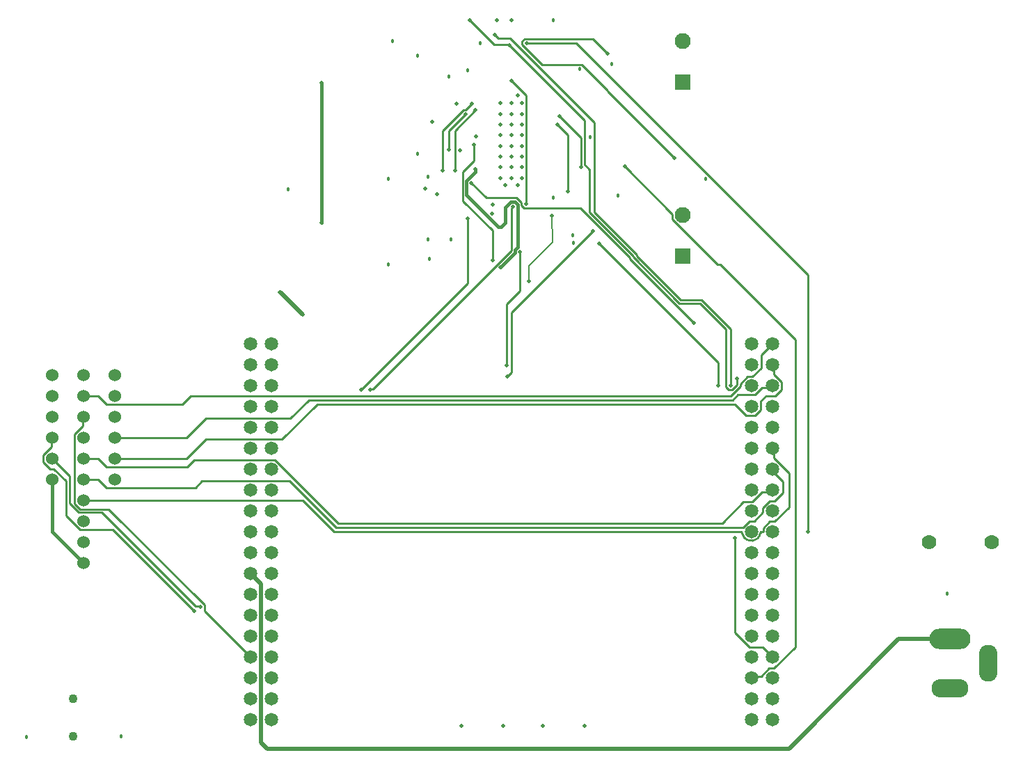
<source format=gbl>
G04*
G04 #@! TF.GenerationSoftware,Altium Limited,Altium Designer,20.2.4 (192)*
G04*
G04 Layer_Physical_Order=4*
G04 Layer_Color=16711680*
%FSLAX25Y25*%
%MOIN*%
G70*
G04*
G04 #@! TF.SameCoordinates,B3AF9CCF-9D14-4356-84A3-7319CC5DFEB4*
G04*
G04*
G04 #@! TF.FilePolarity,Positive*
G04*
G01*
G75*
%ADD12C,0.00800*%
%ADD13C,0.01500*%
%ADD14C,0.01000*%
%ADD49C,0.01968*%
%ADD64C,0.02000*%
%ADD66C,0.07000*%
%ADD67O,0.08858X0.17717*%
%ADD68O,0.17717X0.08858*%
%ADD69O,0.19685X0.09843*%
%ADD70C,0.06000*%
%ADD71C,0.07677*%
%ADD72R,0.07677X0.07677*%
%ADD73C,0.06457*%
%ADD74C,0.04331*%
%ADD75C,0.01800*%
%ADD76C,0.01850*%
D12*
X264300Y255108D02*
Y261300D01*
Y255108D02*
X264800Y254608D01*
Y248700D02*
Y254608D01*
X253300Y229900D02*
Y237200D01*
X264800Y248700D01*
D13*
X246850Y244999D02*
X247975Y246124D01*
Y266656D01*
X242100Y265331D02*
X244758Y267989D01*
X242100Y257843D02*
Y265331D01*
X246850Y243486D02*
Y244999D01*
X246642Y267989D02*
X247975Y266656D01*
X244758Y267989D02*
X246642D01*
X154000Y258000D02*
X154061Y257939D01*
X154000Y258000D02*
Y325000D01*
X239882Y236518D02*
Y236518D01*
X246850Y243486D01*
X240143Y255886D02*
X242100Y257843D01*
X238900Y255886D02*
X240143D01*
X223629Y277942D02*
X227748Y282061D01*
Y283452D01*
X223629Y271156D02*
X238900Y255886D01*
X223629Y271156D02*
Y277942D01*
X25000Y110000D02*
Y135000D01*
Y110000D02*
X40000Y95000D01*
D14*
X355443Y109704D02*
G03*
X355437Y109709I-711J-704D01*
G01*
X355920Y108356D02*
G03*
X364315Y109461I4080J1444D01*
G01*
X364561Y109707D02*
G03*
X364559Y109705I707J-707D01*
G01*
X250275Y344839D02*
X251461Y346025D01*
X283975D01*
X291000Y321000D02*
Y321316D01*
X250275Y343161D02*
Y344839D01*
Y343161D02*
X259836Y333600D01*
X278715D01*
X283975Y346025D02*
X291000Y339000D01*
X276000Y344000D02*
X387000Y233000D01*
X252300Y344000D02*
X276000D01*
X387000Y110000D02*
Y233000D01*
X278715Y333600D02*
X291000Y321316D01*
X233066Y269839D02*
X247409D01*
X225905Y277000D02*
X233066Y269839D01*
X245000Y244500D02*
Y265013D01*
X245700Y265713D01*
X249825Y266311D02*
X251161Y264975D01*
X249825Y266311D02*
Y267422D01*
X247409Y269839D02*
X249825Y267422D01*
X224000Y229000D02*
Y259975D01*
X223975Y260000D02*
X224000Y259975D01*
X173000Y178000D02*
X224000Y229000D01*
X245025Y186125D02*
Y215025D01*
X243100Y184200D02*
X245025Y186125D01*
X242800Y189500D02*
Y218800D01*
X249125Y225125D01*
X177429Y178000D02*
X177592Y178163D01*
X178663D02*
X245000Y244500D01*
X177592Y178163D02*
X178663D01*
X249125Y225125D02*
Y244056D01*
X54100Y110900D02*
X93000Y72000D01*
X245025Y215025D02*
X284000Y254000D01*
X278152Y264975D02*
X301881Y241246D01*
X251161Y264975D02*
X278152D01*
X301881Y240494D02*
Y241246D01*
Y240494D02*
X332375Y210000D01*
X350076Y175000D02*
X354800Y179724D01*
X350814Y178000D02*
X353200Y180386D01*
X354800Y180721D02*
X358207Y184128D01*
X354800Y179724D02*
Y180721D01*
X353200Y180386D02*
Y183200D01*
X236725Y343275D02*
X243625D01*
X225200Y354800D02*
X236725Y343275D01*
X280000Y285737D02*
Y306900D01*
X244100Y342800D02*
X280000Y306900D01*
X243625Y343275D02*
X244100Y342800D01*
X322061Y259639D02*
Y262039D01*
X299300Y284800D02*
X322061Y262039D01*
X218000Y301900D02*
X227900Y311800D01*
X218000Y283000D02*
Y301900D01*
X221779Y282305D02*
X227100Y287626D01*
Y295133D01*
X244605Y346123D02*
X284800Y305928D01*
Y262852D02*
Y305928D01*
Y262852D02*
X305081Y242572D01*
X282400Y262989D02*
X303481Y241909D01*
X282400Y262989D02*
Y283337D01*
X280000Y285737D02*
X282400Y283337D01*
X252202Y267202D02*
Y318798D01*
X245000Y326000D02*
X252202Y318798D01*
X252000Y267000D02*
X252202Y267202D01*
X236000Y240000D02*
Y254157D01*
X221779Y268378D02*
Y282305D01*
Y268378D02*
X236000Y254157D01*
X347950Y179186D02*
Y206788D01*
X335363Y219375D02*
X347950Y206788D01*
X91401Y175000D02*
X350076D01*
X325498Y219375D02*
X335363D01*
X336025Y220975D02*
X349975Y207025D01*
X349136Y178000D02*
X350814D01*
X347950Y179186D02*
X349136Y178000D01*
X349975Y180025D02*
Y207025D01*
X353472Y175472D02*
X361793D01*
X351000Y173000D02*
X353472Y175472D01*
X344000Y180000D02*
Y191000D01*
X287025Y247975D02*
X344000Y191000D01*
X287025Y247975D02*
Y248000D01*
X326161Y220975D02*
X336025D01*
X305081Y242055D02*
Y242572D01*
X303481Y241393D02*
X325498Y219375D01*
X305081Y242055D02*
X326161Y220975D01*
X303481Y241393D02*
Y241909D01*
X343962Y237739D02*
X345125D01*
X381000Y201864D01*
X322061Y259639D02*
X343962Y237739D01*
X381000Y54679D02*
Y201864D01*
X370000Y49800D02*
Y49800D01*
X365374Y54426D02*
X370000Y49800D01*
X359253Y54426D02*
X365374D01*
X352000Y61679D02*
X359253Y54426D01*
X352000Y61679D02*
Y107000D01*
X278400Y284473D02*
Y298600D01*
Y284473D02*
X278437Y284437D01*
X268000Y309000D02*
X278400Y298600D01*
X51076Y170900D02*
X87301D01*
X152000Y171000D02*
X352000D01*
X357528Y165472D01*
X87301Y170900D02*
X91401Y175000D01*
X148000Y173000D02*
X351000D01*
X135128Y154128D02*
X152000Y171000D01*
X139128Y164128D02*
X148000Y173000D01*
X98637Y164128D02*
X139128D01*
X89509Y155000D02*
X98637Y164128D01*
X238877Y346123D02*
X244605D01*
X237000Y348000D02*
X238877Y346123D01*
X378000Y121679D02*
Y137921D01*
X368879Y114800D02*
X371121D01*
X378000Y121679D01*
X355443Y109704D02*
X355920Y108356D01*
X370747Y44426D02*
X381000Y54679D01*
X370000Y139000D02*
Y139800D01*
X375000Y128679D02*
Y134000D01*
X371004Y124683D02*
X375000Y128679D01*
X370850Y145072D02*
X378000Y137921D01*
X370000Y139000D02*
X375000Y134000D01*
X98637Y154128D02*
X135128D01*
X55000Y145000D02*
X89509D01*
X98637Y154128D01*
X55000Y155000D02*
X89509D01*
X267000Y305000D02*
X272000Y300000D01*
Y273000D02*
Y300000D01*
X360000Y39800D02*
X360850Y40650D01*
X364728D01*
X368504Y44426D01*
X370747D01*
X291000Y321000D02*
X323000Y289000D01*
X51076Y140900D02*
X89859D01*
X46976Y145000D02*
X51076Y140900D01*
X40000Y145000D02*
X46976D01*
X89859Y140900D02*
X93088Y144128D01*
X131872D01*
X35900Y156698D02*
X39702Y160500D01*
X365272Y178950D02*
X369150D01*
X35900Y123302D02*
Y156698D01*
X369150Y178950D02*
X370000Y179800D01*
X361793Y175472D02*
X365272Y178950D01*
X357528Y165472D02*
X361793D01*
X364396Y168075D01*
Y172396D01*
X367000Y175000D01*
X371321D01*
X374328Y178007D02*
Y181593D01*
X370850Y185072D02*
X374328Y181593D01*
X370000Y189800D02*
X370850Y188950D01*
Y185072D02*
Y188950D01*
X371321Y175000D02*
X374328Y178007D01*
X358207Y184128D02*
X360450D01*
X364703Y188382D02*
Y194503D01*
X370000Y199800D01*
X360450Y184128D02*
X364703Y188382D01*
X46976Y175000D02*
X51076Y170900D01*
X40000Y175000D02*
X46976D01*
X38302Y110900D02*
X54100D01*
X40000Y125000D02*
X145000D01*
X160000Y110000D01*
X355146D01*
X52164Y120700D02*
X98025Y74839D01*
X95837Y74163D02*
X96000Y74000D01*
X93837Y74163D02*
X95837D01*
X38502Y120700D02*
X52164D01*
X48900Y119100D02*
X93837Y74163D01*
X37839Y119100D02*
X48900D01*
X98025Y71775D02*
Y74839D01*
X355146Y110000D02*
X355437Y109709D01*
X98025Y71775D02*
X120000Y49800D01*
X25000Y145000D02*
X33319Y136681D01*
X31719Y117483D02*
Y134080D01*
X33319Y123620D02*
Y136681D01*
X35900Y123302D02*
X38502Y120700D01*
X31719Y117483D02*
X38302Y110900D01*
X33319Y123620D02*
X37839Y119100D01*
X24202Y140000D02*
X25798D01*
X20900Y143302D02*
X24202Y140000D01*
X25798D02*
X31719Y134080D01*
X24702Y154702D02*
X25000Y155000D01*
X24702Y150500D02*
Y154702D01*
X20900Y146698D02*
X24702Y150500D01*
X20900Y143302D02*
Y146698D01*
X39702Y160500D02*
Y164702D01*
X40000Y165000D01*
X364854Y110000D02*
X365672D01*
X364315Y109461D02*
X364559Y109705D01*
X364561Y109707D02*
X364854Y110000D01*
X365672D02*
Y111593D01*
X96956Y134128D02*
X138872D01*
X161000Y112000D02*
X356079D01*
X138872Y134128D02*
X161000Y112000D01*
X369150Y128950D02*
X370000Y129800D01*
X365272Y128950D02*
X369150D01*
X360450Y124128D02*
X365272Y128950D01*
X356128Y124128D02*
X360450D01*
X346000Y114000D02*
X356128Y124128D01*
X162000Y114000D02*
X346000D01*
X370000Y149800D02*
X370850Y148950D01*
Y145072D02*
Y148950D01*
X365672Y111593D02*
X368879Y114800D01*
X361325Y115004D02*
X365438Y119116D01*
X356079Y112000D02*
X359082Y115004D01*
X361325D01*
X368762Y124683D02*
X371004D01*
X365438Y119116D02*
Y121359D01*
X368762Y124683D01*
X51076Y130900D02*
X93728D01*
X46976Y135000D02*
X51076Y130900D01*
X93728D02*
X96956Y134128D01*
X40000Y135000D02*
X46976D01*
X131872Y144128D02*
X162000Y114000D01*
X215000Y293000D02*
Y302000D01*
X223000Y310000D01*
X223025Y312025D02*
X226000Y315000D01*
X222161Y312025D02*
X223025D01*
X212000Y301864D02*
X222161Y312025D01*
X212000Y283000D02*
Y301864D01*
D49*
X250118Y299764D02*
D03*
X245000D02*
D03*
X239882D02*
D03*
X250118Y304882D02*
D03*
X245000D02*
D03*
X239882D02*
D03*
Y315118D02*
D03*
X245000D02*
D03*
X250118D02*
D03*
X239882Y310000D02*
D03*
X245000D02*
D03*
X250118D02*
D03*
Y284409D02*
D03*
X245000D02*
D03*
X239882D02*
D03*
X250118Y279291D02*
D03*
X245000D02*
D03*
X239882D02*
D03*
Y289528D02*
D03*
X245000D02*
D03*
X250118D02*
D03*
X239882Y294646D02*
D03*
X245000D02*
D03*
X250118D02*
D03*
X245000Y354807D02*
D03*
D64*
X134200Y224400D02*
X134600D01*
X145000Y214000D01*
X125000Y9000D02*
Y84800D01*
X120000Y89800D02*
X125000Y84800D01*
Y9000D02*
X128000Y6000D01*
X378000D01*
X430622Y58622D02*
X455000D01*
X378000Y6000D02*
X430622Y58622D01*
D66*
X475000Y105000D02*
D03*
X445000D02*
D03*
D67*
X473504Y46811D02*
D03*
D68*
X455000Y35000D02*
D03*
D69*
Y58622D02*
D03*
D70*
X55000Y185000D02*
D03*
Y175000D02*
D03*
Y165000D02*
D03*
Y155000D02*
D03*
Y145000D02*
D03*
Y135000D02*
D03*
X40000Y95000D02*
D03*
Y105000D02*
D03*
Y115000D02*
D03*
Y125000D02*
D03*
Y135000D02*
D03*
Y145000D02*
D03*
Y155000D02*
D03*
Y165000D02*
D03*
Y175000D02*
D03*
Y185000D02*
D03*
X25000D02*
D03*
Y175000D02*
D03*
Y165000D02*
D03*
Y155000D02*
D03*
Y145000D02*
D03*
Y135000D02*
D03*
D71*
X327000Y345000D02*
D03*
Y261685D02*
D03*
D72*
Y325315D02*
D03*
Y242000D02*
D03*
D73*
X120000Y19800D02*
D03*
X130000D02*
D03*
X120000Y29800D02*
D03*
X130000D02*
D03*
X120000Y39800D02*
D03*
X130000D02*
D03*
X120000Y49800D02*
D03*
X130000D02*
D03*
X120000Y59800D02*
D03*
X130000D02*
D03*
X120000Y69800D02*
D03*
X130000D02*
D03*
X120000Y79800D02*
D03*
X130000D02*
D03*
X120000Y89800D02*
D03*
X130000D02*
D03*
X120000Y99800D02*
D03*
X130000D02*
D03*
X120000Y109800D02*
D03*
X130000D02*
D03*
X120000Y119800D02*
D03*
X130000D02*
D03*
X120000Y129800D02*
D03*
X130000D02*
D03*
X120000Y139800D02*
D03*
X130000D02*
D03*
X120000Y149800D02*
D03*
X130000D02*
D03*
X120000Y159800D02*
D03*
X130000D02*
D03*
X120000Y169800D02*
D03*
X130000D02*
D03*
X120000Y179800D02*
D03*
X130000D02*
D03*
X120000Y189800D02*
D03*
X130000D02*
D03*
X120000Y199800D02*
D03*
X130000D02*
D03*
X360000Y19800D02*
D03*
X370000D02*
D03*
X360000Y29800D02*
D03*
X370000D02*
D03*
X360000Y39800D02*
D03*
X370000D02*
D03*
X360000Y49800D02*
D03*
X370000D02*
D03*
X360000Y59800D02*
D03*
X370000D02*
D03*
X360000Y69800D02*
D03*
X370000D02*
D03*
X360000Y79800D02*
D03*
X370000D02*
D03*
X360000Y89800D02*
D03*
X370000D02*
D03*
X360000Y99800D02*
D03*
X370000D02*
D03*
X360000Y109800D02*
D03*
X370000D02*
D03*
X360000Y119800D02*
D03*
X370000D02*
D03*
X360000Y129800D02*
D03*
X370000D02*
D03*
X360000Y139800D02*
D03*
X370000D02*
D03*
X360000Y149800D02*
D03*
X370000D02*
D03*
X360000Y159800D02*
D03*
X370000D02*
D03*
X360000Y169800D02*
D03*
X370000D02*
D03*
X360000Y179800D02*
D03*
X370000D02*
D03*
X360000Y189800D02*
D03*
X370000D02*
D03*
X360000Y199800D02*
D03*
X370000D02*
D03*
D74*
X35000Y11890D02*
D03*
Y30000D02*
D03*
D75*
X293000Y333828D02*
D03*
X12700Y11700D02*
D03*
X338000Y279000D02*
D03*
X186000Y238000D02*
D03*
X224200Y331000D02*
D03*
X205655Y240445D02*
D03*
X453800Y80100D02*
D03*
X282800Y298900D02*
D03*
X274800Y248100D02*
D03*
X274535Y252000D02*
D03*
X205000Y250000D02*
D03*
Y280000D02*
D03*
X296000Y271000D02*
D03*
X265000Y355000D02*
D03*
Y270000D02*
D03*
X216000Y250000D02*
D03*
X230000Y344000D02*
D03*
X277887Y331600D02*
D03*
X200000Y290900D02*
D03*
X186000Y279000D02*
D03*
X58000Y12000D02*
D03*
X215000Y328000D02*
D03*
X188000Y345000D02*
D03*
X200000Y338000D02*
D03*
X138000Y274000D02*
D03*
D76*
X291000Y339000D02*
D03*
X245700Y265713D02*
D03*
X209600Y271500D02*
D03*
X236100Y266405D02*
D03*
X134200Y224400D02*
D03*
X154061Y257939D02*
D03*
X203900Y274225D02*
D03*
X235800Y262300D02*
D03*
X223975Y260000D02*
D03*
X243100Y184200D02*
D03*
X242800Y189500D02*
D03*
X239882Y236518D02*
D03*
X249125Y244056D02*
D03*
X264300Y261300D02*
D03*
X253300Y229900D02*
D03*
X93000Y72000D02*
D03*
X284000Y254000D02*
D03*
X225905Y277000D02*
D03*
X242000Y276000D02*
D03*
X227975Y299217D02*
D03*
X223000Y310000D02*
D03*
X227748Y283452D02*
D03*
X267000Y305000D02*
D03*
X248000Y319000D02*
D03*
X227900Y311800D02*
D03*
X227100Y295133D02*
D03*
X248000Y276000D02*
D03*
X226000Y315000D02*
D03*
X287025Y248000D02*
D03*
X268000Y309000D02*
D03*
X218800Y314800D02*
D03*
X353200Y183200D02*
D03*
X225200Y354800D02*
D03*
X244100Y342800D02*
D03*
X252300Y344000D02*
D03*
X299300Y284800D02*
D03*
X207200Y306300D02*
D03*
X220400Y292500D02*
D03*
X252000Y267000D02*
D03*
X245000Y326000D02*
D03*
X236000Y240000D02*
D03*
X349975Y180025D02*
D03*
X344000Y180000D02*
D03*
X352000Y107000D02*
D03*
X332375Y210000D02*
D03*
X154000Y325000D02*
D03*
X323000Y289000D02*
D03*
X237000Y348000D02*
D03*
X387000Y110000D02*
D03*
X278437Y284437D02*
D03*
X272000Y273000D02*
D03*
X145000Y214000D02*
D03*
X177429Y178000D02*
D03*
X173000D02*
D03*
X96000Y74000D02*
D03*
X280000Y17000D02*
D03*
X260000D02*
D03*
X241000D02*
D03*
X221000D02*
D03*
X238000Y355000D02*
D03*
X215000Y293000D02*
D03*
X212000Y283000D02*
D03*
X218000D02*
D03*
M02*

</source>
